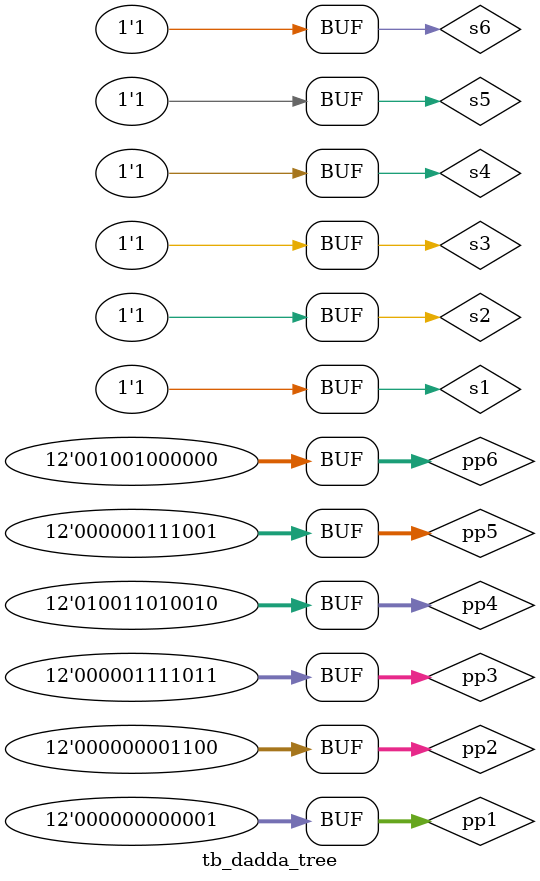
<source format=sv>
`timescale 1ns/1ns

module tb_dadda_tree;
  // signals
  reg [11:0] pp1, pp2, pp3, pp4, pp5, pp6;
  reg s1, s2, s3, s4, s5, s6;
  wire [21:0] carry, sum;
  wire [21:0] product; // output test (calcolato effettivam. in TOP-entity)
  // component
  dadda_tree uut (
    .pp1(pp1),
    .pp2(pp2),
    .pp3(pp3),
    .pp4(pp4),
    .pp5(pp5),
    .pp6(pp6),
    .s1(s1),
    .s2(s2),
    .s3(s3),
    .s4(s4),
    .s5(s5),
    .s6(s6),
    .carry(carry),
    .sum(sum)
  );

  initial begin
    // Test 0
    pp1 = 0; pp2 = 0; pp3 = 0;
    pp4 = 0; pp5 = 0; pp6 = 0;
    s1 = 0; s2 = 0; s3 = 0; s4 = 0; s5 = 0; s6 = 0;
    // Test 1
	#10 pp1 = 1; pp2 = 12; pp3 = 123;
    pp4 = 1234; pp5 = 12345; pp6 = 123456;
    s1 = 1; s2 = 1; s3 = 1; s4 = 1; s5 = 1; s6 = 1;
  end
	
	assign product = carry + sum; // output test (calcolato effettivam. in TOP-entity)

  always @(*) begin
    $display("Time=%0t (IN) ==> pp1=%d pp2=%d pp3=%d pp4=%d pp5=%d pp6=%d s1=%b s2=%b s3=%b s4=%b s5=%b s6=%b, (OUT) ==> carry=%d sum=%d", $time, pp1, pp2, pp3, pp4, pp5, pp6, s1, s2, s3, s4, s5, s6, carry, sum);
  end

endmodule

</source>
